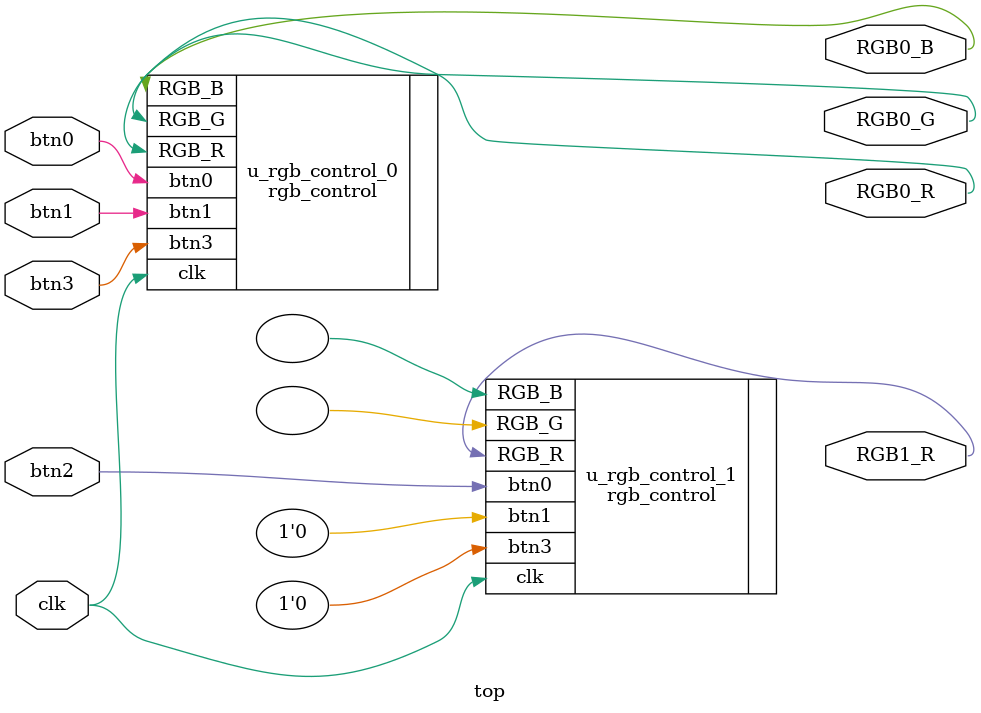
<source format=v>
`timescale 1ns / 1ps

module top(
    input wire clk,           // Clock input
    input wire btn0,          // Button 0 input (toggle RGB0 LED)
    input wire btn1,          // Button 1 input (change RGB0 color forward)
    input wire btn2,          // Button 2 input (toggle RGB1 LED)
    input wire btn3,          // Button 3 input (change RGB0 color backward)
    output wire RGB0_R,       // Red component of RGB0 LED
    output wire RGB0_G,       // Green component of RGB0 LED
    output wire RGB0_B,       // Blue component of RGB0 LED
    output wire RGB1_R        // Red component of RGB1 LED
);
    // Instantiate the rgb_control module for RGB0 with color control
    rgb_control u_rgb_control_0 (
        .clk(clk),
        .btn0(btn0),
        .btn1(btn1),
        .btn3(btn3),          // Added btn3 for reverse color control
        .RGB_R(RGB0_R),
        .RGB_G(RGB0_G),
        .RGB_B(RGB0_B)
    );

    // Instantiate the rgb_control module for RGB1 (only red control, no color change)
    rgb_control u_rgb_control_1 (
        .clk(clk),
        .btn0(btn2),
        .btn1(1'b0),          // No color change functionality for RGB1
        .btn3(1'b0),          // No reverse color change functionality for RGB1
        .RGB_R(RGB1_R),
        .RGB_G(),             // Unused
        .RGB_B()              // Unused
    );
endmodule
</source>
